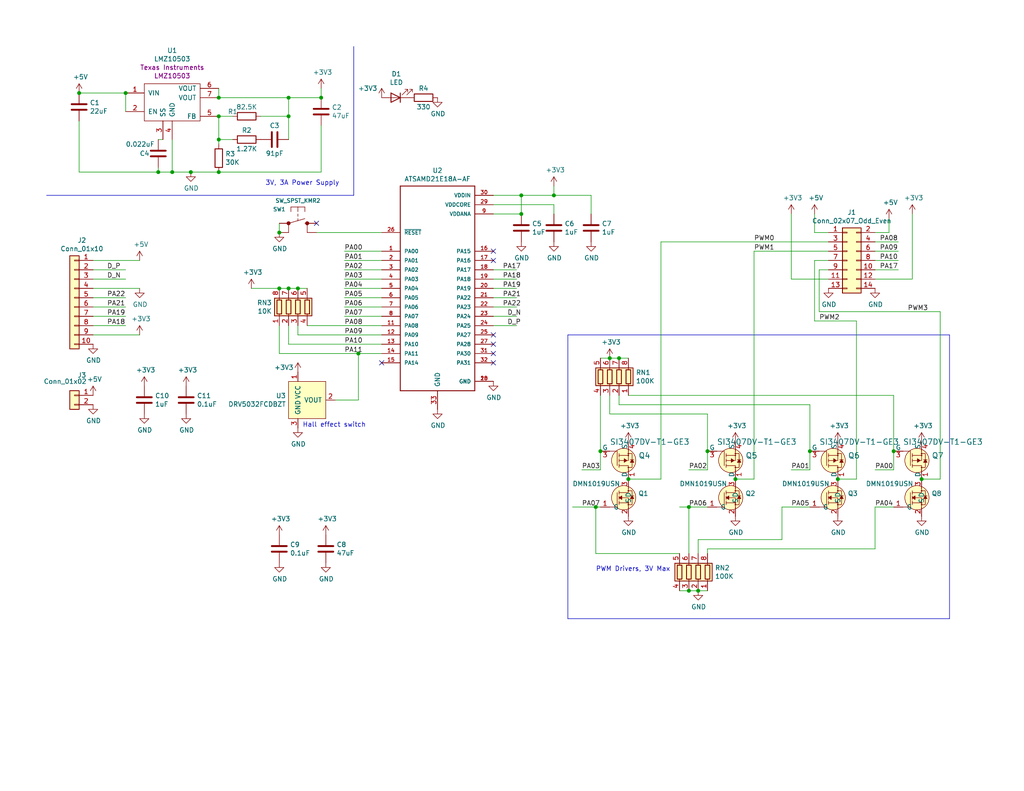
<source format=kicad_sch>
(kicad_sch (version 20230121) (generator eeschema)
  (paper "USLetter")
  (title_block (title "3v PWM controller") (date "2019-01-29") (rev "2.2.0") (company "Aaron Williams"))
  (lib_symbols
    (symbol "Connector_Generic:Conn_01x02" (pin_names (offset 1.016) hide)
      (property "Reference" "J" (at 0 2.54 0))
      (property "Value" "Conn_01x02" (at 0 -5.08 0))
      (symbol "Conn_01x02_1_1"
        (pin passive line (at -5.08 0 0) (length 3.81) (name "Pin_1") (number "1"))
        (pin passive line (at -5.08 -2.54 0) (length 3.81) (name "Pin_2") (number "2"))
      )
    )
    (symbol "Connector_Generic:Conn_01x10" (pin_names (offset 1.016) hide)
      (property "Reference" "J" (at 0 12.7 0))
      (property "Value" "Conn_01x10" (at 0 -15.24 0))
      (symbol "Conn_01x10_1_1"
        (pin passive line (at -5.08 10.16 0) (length 3.81) (name "Pin_1") (number "1"))
        (pin passive line (at -5.08 -12.7 0) (length 3.81) (name "Pin_10") (number "10"))
        (pin passive line (at -5.08 7.62 0) (length 3.81) (name "Pin_2") (number "2"))
        (pin passive line (at -5.08 5.08 0) (length 3.81) (name "Pin_3") (number "3"))
        (pin passive line (at -5.08 2.54 0) (length 3.81) (name "Pin_4") (number "4"))
        (pin passive line (at -5.08 0 0) (length 3.81) (name "Pin_5") (number "5"))
        (pin passive line (at -5.08 -2.54 0) (length 3.81) (name "Pin_6") (number "6"))
        (pin passive line (at -5.08 -5.08 0) (length 3.81) (name "Pin_7") (number "7"))
        (pin passive line (at -5.08 -7.62 0) (length 3.81) (name "Pin_8") (number "8"))
        (pin passive line (at -5.08 -10.16 0) (length 3.81) (name "Pin_9") (number "9"))
      )
    )
    (symbol "Connector_Generic:Conn_02x07_Odd_Even" (pin_names (offset 1.016) hide)
      (property "Reference" "J" (at 1.27 10.16 0))
      (property "Value" "Conn_02x07_Odd_Even" (at 1.27 -10.16 0))
      (symbol "Conn_02x07_Odd_Even_1_1"
        (pin passive line (at -5.08 7.62 0) (length 3.81) (name "Pin_1") (number "1"))
        (pin passive line (at 7.62 -2.54 180) (length 3.81) (name "Pin_10") (number "10"))
        (pin passive line (at -5.08 -5.08 0) (length 3.81) (name "Pin_11") (number "11"))
        (pin passive line (at 7.62 -5.08 180) (length 3.81) (name "Pin_12") (number "12"))
        (pin passive line (at -5.08 -7.62 0) (length 3.81) (name "Pin_13") (number "13"))
        (pin passive line (at 7.62 -7.62 180) (length 3.81) (name "Pin_14") (number "14"))
        (pin passive line (at 7.62 7.62 180) (length 3.81) (name "Pin_2") (number "2"))
        (pin passive line (at -5.08 5.08 0) (length 3.81) (name "Pin_3") (number "3"))
        (pin passive line (at 7.62 5.08 180) (length 3.81) (name "Pin_4") (number "4"))
        (pin passive line (at -5.08 2.54 0) (length 3.81) (name "Pin_5") (number "5"))
        (pin passive line (at 7.62 2.54 180) (length 3.81) (name "Pin_6") (number "6"))
        (pin passive line (at -5.08 0 0) (length 3.81) (name "Pin_7") (number "7"))
        (pin passive line (at 7.62 0 180) (length 3.81) (name "Pin_8") (number "8"))
        (pin passive line (at -5.08 -2.54 0) (length 3.81) (name "Pin_9") (number "9"))
      )
    )
    (symbol "Device:C" (pin_numbers hide) (pin_names (offset 0.254))
      (property "Reference" "C" (at 0.635 2.54 0))
      (property "Value" "C" (at 0.635 -2.54 0))
      (symbol "C_1_1"
        (pin passive line (at 0 3.81 270) (length 2.794) (name "~") (number "1"))
        (pin passive line (at 0 -3.81 90) (length 2.794) (name "~") (number "2"))
      )
    )
    (symbol "Device:LED" (pin_numbers hide) (pin_names (offset 1.016) hide)
      (property "Reference" "D" (at 0 2.54 0))
      (property "Value" "LED" (at 0 -2.54 0))
      (symbol "LED_1_1"
        (pin passive line (at -3.81 0 0) (length 2.54) (name "K") (number "1"))
        (pin passive line (at 3.81 0 180) (length 2.54) (name "A") (number "2"))
      )
    )
    (symbol "Device:R" (pin_numbers hide) (pin_names (offset 0))
      (property "Reference" "R" (at 2.032 0 90))
      (property "Value" "R" (at 0 0 90))
      (symbol "R_1_1"
        (pin passive line (at 0 3.81 270) (length 1.27) (name "~") (number "1"))
        (pin passive line (at 0 -3.81 90) (length 1.27) (name "~") (number "2"))
      )
    )
    (symbol "Paw-Controller-rescue:+3.3V-power" (power) (pin_names (offset 0))
      (property "Value" "+3.3V-power" (at 0 3.556 0))
      (symbol "+3.3V-power_1_1"
        (pin power_in line (at 0 0 90) (length 0) hide (name "+3V3") (number "1"))
      )
    )
    (symbol "Paw-Controller-rescue:ATSAMD21E18A-AF-Aaron" (pin_names (offset 1.016))
      (property "Reference" "U" (at -10.1854 27.9654 0))
      (property "Value" "Aaron_ATSAMD21E18A-AF" (at -10.1854 -30.5308 0))
      (symbol "ATSAMD21E18A-AF-Aaron_0_0"
        (pin bidirectional line (at -15.24 10.16 0) (length 5.08) (name "PA00") (number "1"))
        (pin power_in line (at 15.24 -25.4 180) (length 5.08) (name "GND") (number "10"))
        (pin bidirectional line (at -15.24 -10.16 0) (length 5.08) (name "PA08") (number "11"))
        (pin bidirectional line (at -15.24 -12.7 0) (length 5.08) (name "PA09") (number "12"))
        (pin bidirectional line (at -15.24 -15.24 0) (length 5.08) (name "PA10") (number "13"))
        (pin bidirectional line (at -15.24 -17.78 0) (length 5.08) (name "PA11") (number "14"))
        (pin bidirectional line (at -15.24 -20.32 0) (length 5.08) (name "PA14") (number "15"))
        (pin bidirectional line (at 15.24 10.16 180) (length 5.08) (name "PA15") (number "16"))
        (pin bidirectional line (at 15.24 7.62 180) (length 5.08) (name "PA16") (number "17"))
        (pin bidirectional line (at 15.24 5.08 180) (length 5.08) (name "PA17") (number "18"))
        (pin bidirectional line (at 15.24 2.54 180) (length 5.08) (name "PA18") (number "19"))
        (pin bidirectional line (at -15.24 7.62 0) (length 5.08) (name "PA01") (number "2"))
        (pin bidirectional line (at 15.24 0 180) (length 5.08) (name "PA19") (number "20"))
        (pin bidirectional line (at 15.24 -2.54 180) (length 5.08) (name "PA22") (number "21"))
        (pin bidirectional line (at 15.24 -5.08 180) (length 5.08) (name "PA23") (number "22"))
        (pin bidirectional line (at 15.24 -7.62 180) (length 5.08) (name "PA24") (number "23"))
        (pin bidirectional line (at 15.24 -10.16 180) (length 5.08) (name "PA25") (number "24"))
        (pin bidirectional line (at 15.24 -12.7 180) (length 5.08) (name "PA27") (number "25"))
        (pin input line (at -15.24 15.24 0) (length 5.08) (name "~{RESET}") (number "26"))
        (pin bidirectional line (at 15.24 -15.24 180) (length 5.08) (name "PA28") (number "27"))
        (pin power_in line (at 15.24 -25.4 180) (length 5.08) (name "GND") (number "28"))
        (pin power_in line (at 15.24 22.86 180) (length 5.08) (name "VDDCORE") (number "29"))
        (pin bidirectional line (at -15.24 5.08 0) (length 5.08) (name "PA02") (number "3"))
        (pin power_in line (at 15.24 25.4 180) (length 5.08) (name "VDDIN") (number "30"))
        (pin bidirectional line (at 15.24 -17.78 180) (length 5.08) (name "PA30") (number "31"))
        (pin bidirectional line (at 15.24 -20.32 180) (length 5.08) (name "PA31") (number "32"))
        (pin bidirectional line (at -15.24 2.54 0) (length 5.08) (name "PA03") (number "4"))
        (pin bidirectional line (at -15.24 0 0) (length 5.08) (name "PA04") (number "5"))
        (pin bidirectional line (at -15.24 -2.54 0) (length 5.08) (name "PA05") (number "6"))
        (pin bidirectional line (at -15.24 -5.08 0) (length 5.08) (name "PA06") (number "7"))
        (pin bidirectional line (at -15.24 -7.62 0) (length 5.08) (name "PA07") (number "8"))
        (pin power_in line (at 15.24 20.32 180) (length 5.08) (name "VDDANA") (number "9"))
      )
      (symbol "ATSAMD21E18A-AF-Aaron_1_1"
        (pin passive line (at 0 -33.02 90) (length 5.08) (name "GND") (number "33"))
      )
    )
    (symbol "Paw-Controller-rescue:DMN1019USN-Aaron" (pin_names (offset 1.016))
      (property "Reference" "Q" (at -3.81 3.81 0))
      (property "Value" "Aaron_DMN1019USN" (at -8.89 6.35 0))
      (property "MFR" "Diodes Incorporated" (at -1.27 6.35 0))
      (symbol "DMN1019USN-Aaron_1_1"
        (pin bidirectional line (at -7.62 -2.54 0) (length 2.54) (name "G") (number "1"))
        (pin bidirectional line (at 0 -5.08 90) (length 2.54) (name "S") (number "2"))
        (pin bidirectional line (at 0 5.08 270) (length 2.54) (name "D") (number "3"))
      )
    )
    (symbol "Paw-Controller-rescue:DRV5032FCDBZT-Aaron" (pin_names (offset 1.016))
      (property "Reference" "U" (at 0 6.35 0))
      (property "Value" "Aaron_DRV5032FCDBZT" (at 11.43 6.35 0))
      (symbol "DRV5032FCDBZT-Aaron_1_1"
        (pin power_in line (at 2.54 7.62 270) (length 2.54) (name "VCC") (number "1"))
        (pin output line (at 12.7 0 180) (length 2.54) (name "VOUT") (number "2"))
        (pin power_in line (at 2.54 -7.62 90) (length 2.54) (name "GND") (number "3"))
      )
    )
    (symbol "Paw-Controller-rescue:LMZ10503-Aaron" (pin_names (offset 1.016))
      (property "Reference" "U" (at -7.62 6.35 0))
      (property "Value" "Aaron_LMZ10503" (at 0 6.35 0))
      (property "MFR" "Texas Instruments" (at -5.08 8.89 0))
      (property "MPN" "LMZ10503" (at -2.54 11.43 0))
      (symbol "LMZ10503-Aaron_1_1"
        (pin power_in line (at -12.7 2.54 0) (length 5.08) (name "VIN") (number "1"))
        (pin input line (at -12.7 -2.54 0) (length 5.08) (name "EN") (number "2"))
        (pin passive line (at -2.54 -10.16 90) (length 5.08) (name "SS") (number "3"))
        (pin power_in line (at 0 -10.16 90) (length 5.08) (name "GND") (number "4"))
        (pin input line (at 12.7 -3.81 180) (length 5.08) (name "FB") (number "5"))
        (pin power_out line (at 12.7 3.81 180) (length 5.08) (name "VOUT") (number "6"))
        (pin power_out line (at 12.7 1.27 180) (length 5.08) (name "VOUT") (number "7"))
      )
    )
    (symbol "Paw-Controller-rescue:R_Pack04-device" (pin_names (offset 0) hide)
      (property "Reference" "RN" (at -7.62 0 90))
      (property "Value" "R_Pack04-device" (at 5.08 0 90))
      (symbol "R_Pack04-device_1_1"
        (pin passive line (at -5.08 -5.08 90) (length 2.54) (name "R1.1") (number "1"))
        (pin passive line (at -2.54 -5.08 90) (length 2.54) (name "R2.1") (number "2"))
        (pin passive line (at 0 -5.08 90) (length 2.54) (name "R3.1") (number "3"))
        (pin passive line (at 2.54 -5.08 90) (length 2.54) (name "R4.1") (number "4"))
        (pin passive line (at 2.54 5.08 270) (length 2.54) (name "R4.2") (number "5"))
        (pin passive line (at 0 5.08 270) (length 2.54) (name "R3.2") (number "6"))
        (pin passive line (at -2.54 5.08 270) (length 2.54) (name "R2.2") (number "7"))
        (pin passive line (at -5.08 5.08 270) (length 2.54) (name "R1.2") (number "8"))
      )
    )
    (symbol "Paw-Controller-rescue:SI3407DV-T1-GE3-Aaron" (pin_names (offset 0))
      (property "Reference" "Q" (at -2.6924 3.6322 0))
      (property "Value" "Aaron_SI3407DV-T1-GE3" (at 3.4544 0 90))
      (symbol "SI3407DV-T1-GE3-Aaron_1_1"
        (pin bidirectional line (at 0 5.08 270) (length 2.54) (name "D") (number "1"))
        (pin bidirectional line (at 0 5.08 270) (length 2.54) hide (name "D") (number "2"))
        (pin bidirectional line (at -7.62 -2.54 0) (length 2.54) (name "G") (number "3"))
        (pin bidirectional line (at 0 -5.08 90) (length 2.54) (name "S") (number "4"))
        (pin bidirectional line (at 0 5.08 270) (length 2.54) hide (name "D") (number "5"))
        (pin bidirectional line (at 0 5.08 270) (length 2.54) hide (name "D") (number "6"))
      )
    )
    (symbol "Paw-Controller-rescue:SW_SPST_KMR2-switch_tact_smt" (pin_names (offset 1.016))
      (property "Reference" "SW" (at -2.54 6.35 0))
      (property "Value" "switch_tact_smt_SW_SPST_KMR2" (at -5.08 -5.08 0))
      (symbol "SW_SPST_KMR2-switch_tact_smt_1_0"
        (pin passive line (at -5.08 0 0) (length 2.54) (name "P") (number "1"))
        (pin passive line (at -5.08 -2.54 0) (length 2.54) (name "P1") (number "1"))
        (pin passive line (at 5.08 0 180) (length 2.54) (name "S") (number "2"))
        (pin passive line (at 5.08 -2.54 180) (length 2.54) (name "S1") (number "2"))
      )
    )
    (symbol "power:+5V" (power) (pin_names (offset 0))
      (property "Value" "+5V" (at 0 3.556 0))
      (symbol "+5V_1_1"
        (pin power_in line (at 0 0 90) (length 0) hide (name "+5V") (number "1"))
      )
    )
    (symbol "power:GND" (power) (pin_names (offset 0))
      (property "Value" "GND" (at 0 -3.81 0))
      (symbol "GND_1_1"
        (pin power_in line (at 0 0 270) (length 0) hide (name "GND") (number "1"))
      )
    )
  )
  (junction (at 59.69 38.1))
  (junction (at 46.99 46.99))
  (junction (at 168.91 97.79))
  (junction (at 81.28 78.74))
  (junction (at 76.2 63.5))
  (junction (at 78.74 78.74))
  (junction (at 163.83 123.19))
  (junction (at 59.69 31.75))
  (junction (at 171.45 130.81))
  (junction (at 142.24 53.34))
  (junction (at 228.6 130.81))
  (junction (at 21.59 25.4))
  (junction (at 190.5 161.29))
  (junction (at 87.63 26.67))
  (junction (at 187.96 161.29))
  (junction (at 162.56 138.43))
  (junction (at 187.96 138.43))
  (junction (at 151.13 53.34))
  (junction (at 200.66 130.81))
  (junction (at 193.04 123.19))
  (junction (at 251.46 130.81))
  (junction (at 59.69 46.99))
  (junction (at 52.07 46.99))
  (junction (at 59.69 26.67))
  (junction (at 243.84 123.19))
  (junction (at 97.79 96.52))
  (junction (at 78.74 26.67))
  (junction (at 76.2 78.74))
  (junction (at 43.18 46.99))
  (junction (at 78.74 31.75))
  (junction (at 220.98 123.19))
  (junction (at 166.37 97.79))
  (junction (at 142.24 58.42))
  (junction (at 34.29 25.4))
  (no_connect (at 134.62 99.06))
  (no_connect (at 134.62 91.44))
  (no_connect (at 86.36 60.96))
  (no_connect (at 134.62 71.12))
  (no_connect (at 134.62 68.58))
  (no_connect (at 134.62 93.98))
  (no_connect (at 134.62 96.52))
  (no_connect (at 104.14 99.06))
  (wire (pts (xy 78.74 88.9) (xy 78.74 93.98)))
  (wire (pts (xy 87.63 24.13) (xy 87.63 26.67)))
  (wire (pts (xy 222.25 71.12) (xy 222.25 87.63)))
  (wire (pts (xy 34.29 30.48) (xy 34.29 25.4)))
  (wire (pts (xy 213.36 138.43) (xy 220.98 138.43)))
  (polyline (pts (xy 154.94 168.91) (xy 259.08 168.91)))
  (wire (pts (xy 187.96 161.29) (xy 185.42 161.29)))
  (wire (pts (xy 142.24 53.34) (xy 151.13 53.34)))
  (wire (pts (xy 25.4 88.9) (xy 34.29 88.9)))
  (wire (pts (xy 63.5 31.75) (xy 59.69 31.75)))
  (wire (pts (xy 180.34 130.81) (xy 180.34 66.04)))
  (wire (pts (xy 220.98 128.27) (xy 215.9 128.27)))
  (wire (pts (xy 238.76 71.12) (xy 245.11 71.12)))
  (wire (pts (xy 142.24 58.42) (xy 142.24 53.34)))
  (wire (pts (xy 163.83 97.79) (xy 166.37 97.79)))
  (wire (pts (xy 200.66 130.81) (xy 205.74 130.81)))
  (wire (pts (xy 134.62 53.34) (xy 142.24 53.34)))
  (wire (pts (xy 21.59 25.4) (xy 34.29 25.4)))
  (wire (pts (xy 171.45 107.95) (xy 243.84 107.95)))
  (wire (pts (xy 104.14 68.58) (xy 93.98 68.58)))
  (wire (pts (xy 251.46 130.81) (xy 256.54 130.81)))
  (wire (pts (xy 104.14 76.2) (xy 93.98 76.2)))
  (wire (pts (xy 86.36 63.5) (xy 104.14 63.5)))
  (wire (pts (xy 59.69 24.13) (xy 59.69 26.67)))
  (wire (pts (xy 97.79 109.22) (xy 91.44 109.22)))
  (wire (pts (xy 104.14 86.36) (xy 93.98 86.36)))
  (wire (pts (xy 43.18 46.99) (xy 43.18 45.72)))
  (wire (pts (xy 193.04 138.43) (xy 187.96 138.43)))
  (wire (pts (xy 134.62 83.82) (xy 140.97 83.82)))
  (wire (pts (xy 187.96 138.43) (xy 185.42 138.43)))
  (wire (pts (xy 213.36 138.43) (xy 213.36 147.32)))
  (wire (pts (xy 43.18 38.1) (xy 44.45 38.1)))
  (wire (pts (xy 161.29 53.34) (xy 151.13 53.34)))
  (wire (pts (xy 168.91 110.49) (xy 220.98 110.49)))
  (wire (pts (xy 243.84 107.95) (xy 243.84 123.19)))
  (wire (pts (xy 21.59 33.02) (xy 21.59 46.99)))
  (wire (pts (xy 162.56 151.13) (xy 162.56 138.43)))
  (wire (pts (xy 21.59 46.99) (xy 43.18 46.99)))
  (wire (pts (xy 104.14 83.82) (xy 93.98 83.82)))
  (wire (pts (xy 134.62 81.28) (xy 140.97 81.28)))
  (wire (pts (xy 163.83 123.19) (xy 163.83 128.27)))
  (wire (pts (xy 134.62 73.66) (xy 140.97 73.66)))
  (wire (pts (xy 193.04 149.86) (xy 193.04 151.13)))
  (wire (pts (xy 38.1 71.12) (xy 25.4 71.12)))
  (wire (pts (xy 104.14 71.12) (xy 93.98 71.12)))
  (wire (pts (xy 25.4 83.82) (xy 34.29 83.82)))
  (wire (pts (xy 25.4 76.2) (xy 34.29 76.2)))
  (wire (pts (xy 163.83 128.27) (xy 158.75 128.27)))
  (wire (pts (xy 97.79 96.52) (xy 76.2 96.52)))
  (wire (pts (xy 185.42 151.13) (xy 162.56 151.13)))
  (wire (pts (xy 222.25 58.42) (xy 222.25 63.5)))
  (wire (pts (xy 46.99 38.1) (xy 46.99 46.99)))
  (wire (pts (xy 187.96 161.29) (xy 190.5 161.29)))
  (wire (pts (xy 242.57 63.5) (xy 238.76 63.5)))
  (wire (pts (xy 256.54 130.81) (xy 256.54 85.09)))
  (wire (pts (xy 243.84 138.43) (xy 238.76 138.43)))
  (wire (pts (xy 25.4 86.36) (xy 34.29 86.36)))
  (wire (pts (xy 151.13 58.42) (xy 151.13 55.88)))
  (wire (pts (xy 43.18 46.99) (xy 46.99 46.99)))
  (wire (pts (xy 223.52 73.66) (xy 226.06 73.66)))
  (wire (pts (xy 78.74 78.74) (xy 81.28 78.74)))
  (wire (pts (xy 134.62 86.36) (xy 140.97 86.36)))
  (wire (pts (xy 215.9 58.42) (xy 215.9 76.2)))
  (wire (pts (xy 25.4 81.28) (xy 34.29 81.28)))
  (wire (pts (xy 134.62 88.9) (xy 140.97 88.9)))
  (wire (pts (xy 205.74 130.81) (xy 205.74 68.58)))
  (wire (pts (xy 238.76 73.66) (xy 245.11 73.66)))
  (wire (pts (xy 76.2 96.52) (xy 76.2 88.9)))
  (wire (pts (xy 97.79 96.52) (xy 104.14 96.52)))
  (wire (pts (xy 242.57 59.69) (xy 242.57 63.5)))
  (wire (pts (xy 190.5 147.32) (xy 190.5 151.13)))
  (polyline (pts (xy 12.7 53.34) (xy 96.52 53.34)))
  (wire (pts (xy 134.62 78.74) (xy 140.97 78.74)))
  (wire (pts (xy 25.4 78.74) (xy 38.1 78.74)))
  (wire (pts (xy 193.04 113.03) (xy 193.04 123.19)))
  (wire (pts (xy 25.4 91.44) (xy 38.1 91.44)))
  (wire (pts (xy 59.69 31.75) (xy 59.69 38.1)))
  (wire (pts (xy 220.98 110.49) (xy 220.98 123.19)))
  (wire (pts (xy 87.63 46.99) (xy 87.63 34.29)))
  (wire (pts (xy 104.14 78.74) (xy 93.98 78.74)))
  (wire (pts (xy 222.25 87.63) (xy 233.68 87.63)))
  (wire (pts (xy 83.82 88.9) (xy 104.14 88.9)))
  (wire (pts (xy 226.06 76.2) (xy 215.9 76.2)))
  (wire (pts (xy 166.37 113.03) (xy 193.04 113.03)))
  (polyline (pts (xy 154.94 91.44) (xy 154.94 168.91)))
  (wire (pts (xy 180.34 66.04) (xy 226.06 66.04)))
  (wire (pts (xy 238.76 76.2) (xy 248.92 76.2)))
  (wire (pts (xy 226.06 68.58) (xy 205.74 68.58)))
  (wire (pts (xy 59.69 26.67) (xy 78.74 26.67)))
  (wire (pts (xy 81.28 88.9) (xy 81.28 91.44)))
  (wire (pts (xy 134.62 58.42) (xy 142.24 58.42)))
  (wire (pts (xy 168.91 110.49) (xy 168.91 107.95)))
  (wire (pts (xy 187.96 151.13) (xy 187.96 138.43)))
  (wire (pts (xy 166.37 97.79) (xy 168.91 97.79)))
  (wire (pts (xy 134.62 76.2) (xy 140.97 76.2)))
  (polyline (pts (xy 96.52 53.34) (xy 96.52 12.7)))
  (wire (pts (xy 104.14 81.28) (xy 93.98 81.28)))
  (wire (pts (xy 78.74 38.1) (xy 78.74 31.75)))
  (wire (pts (xy 161.29 58.42) (xy 161.29 53.34)))
  (wire (pts (xy 166.37 107.95) (xy 166.37 113.03)))
  (wire (pts (xy 81.28 78.74) (xy 83.82 78.74)))
  (wire (pts (xy 193.04 161.29) (xy 190.5 161.29)))
  (wire (pts (xy 59.69 38.1) (xy 59.69 39.37)))
  (wire (pts (xy 151.13 50.8) (xy 151.13 53.34)))
  (wire (pts (xy 238.76 66.04) (xy 245.11 66.04)))
  (wire (pts (xy 233.68 130.81) (xy 233.68 87.63)))
  (wire (pts (xy 248.92 58.42) (xy 248.92 76.2)))
  (wire (pts (xy 59.69 46.99) (xy 87.63 46.99)))
  (wire (pts (xy 228.6 130.81) (xy 233.68 130.81)))
  (wire (pts (xy 223.52 85.09) (xy 223.52 73.66)))
  (wire (pts (xy 46.99 46.99) (xy 52.07 46.99)))
  (wire (pts (xy 243.84 123.19) (xy 243.84 128.27)))
  (wire (pts (xy 76.2 63.5) (xy 76.2 60.96)))
  (wire (pts (xy 81.28 91.44) (xy 104.14 91.44)))
  (wire (pts (xy 78.74 26.67) (xy 87.63 26.67)))
  (wire (pts (xy 193.04 128.27) (xy 187.96 128.27)))
  (wire (pts (xy 63.5 38.1) (xy 59.69 38.1)))
  (wire (pts (xy 168.91 97.79) (xy 171.45 97.79)))
  (wire (pts (xy 78.74 93.98) (xy 104.14 93.98)))
  (wire (pts (xy 238.76 68.58) (xy 245.11 68.58)))
  (wire (pts (xy 78.74 31.75) (xy 78.74 26.67)))
  (wire (pts (xy 222.25 71.12) (xy 226.06 71.12)))
  (wire (pts (xy 71.12 31.75) (xy 78.74 31.75)))
  (wire (pts (xy 213.36 147.32) (xy 190.5 147.32)))
  (wire (pts (xy 256.54 85.09) (xy 223.52 85.09)))
  (wire (pts (xy 104.14 73.66) (xy 93.98 73.66)))
  (wire (pts (xy 220.98 123.19) (xy 220.98 128.27)))
  (wire (pts (xy 193.04 123.19) (xy 193.04 128.27)))
  (wire (pts (xy 76.2 78.74) (xy 78.74 78.74)))
  (wire (pts (xy 163.83 107.95) (xy 163.83 123.19)))
  (wire (pts (xy 25.4 73.66) (xy 34.29 73.66)))
  (wire (pts (xy 156.21 138.43) (xy 162.56 138.43)))
  (wire (pts (xy 162.56 138.43) (xy 163.83 138.43)))
  (wire (pts (xy 68.58 78.74) (xy 76.2 78.74)))
  (wire (pts (xy 151.13 55.88) (xy 134.62 55.88)))
  (wire (pts (xy 171.45 130.81) (xy 180.34 130.81)))
  (wire (pts (xy 243.84 128.27) (xy 238.76 128.27)))
  (wire (pts (xy 97.79 96.52) (xy 97.79 109.22)))
  (wire (pts (xy 52.07 46.99) (xy 59.69 46.99)))
  (polyline (pts (xy 154.94 91.44) (xy 259.08 91.44)))
  (wire (pts (xy 238.76 138.43) (xy 238.76 149.86)))
  (wire (pts (xy 222.25 63.5) (xy 226.06 63.5)))
  (wire (pts (xy 238.76 149.86) (xy 193.04 149.86)))
  (polyline (pts (xy 259.08 91.44) (xy 259.08 168.91)))
  (text "PWM Drivers, 3V Max" (at 162.56 156.21 0) (effects (font (size 1.27 1.27)) (justify left bottom)))
  (text "3V, 3A Power Supply" (at 72.39 50.8 0) (effects (font (size 1.27 1.27)) (justify left bottom)))
  (text "Hall effect switch" (at 82.55 116.84 0) (effects (font (size 1.27 1.27)) (justify left bottom)))
  (label "PA00" (at 238.76 128.27 0))
  (label "PA06" (at 93.98 83.82 0))
  (label "PA09" (at 240.03 68.58 0))
  (label "PA08" (at 240.03 66.04 0))
  (label "D_P" (at 29.21 73.66 0))
  (label "PA02" (at 187.96 128.27 0))
  (label "PA07" (at 158.75 138.43 0))
  (label "D_N" (at 29.21 76.2 0))
  (label "PA21" (at 29.21 83.82 0))
  (label "PA05" (at 215.9 138.43 0))
  (label "PA10" (at 240.03 71.12 0))
  (label "PA22" (at 29.21 81.28 0))
  (label "PA18" (at 137.16 76.2 0))
  (label "PA06" (at 187.96 138.43 0))
  (label "PWM0" (at 205.74 66.04 0))
  (label "PWM3" (at 247.65 85.09 0))
  (label "PA01" (at 93.98 71.12 0))
  (label "D_N" (at 138.43 86.36 0))
  (label "PA18" (at 29.21 88.9 0))
  (label "PA04" (at 238.76 138.43 0))
  (label "PA17" (at 137.16 73.66 0))
  (label "PA10" (at 93.98 93.98 0))
  (label "D_P" (at 138.43 88.9 0))
  (label "PA21" (at 137.16 81.28 0))
  (label "PA03" (at 158.75 128.27 0))
  (label "PA17" (at 240.03 73.66 0))
  (label "PA07" (at 93.98 86.36 0))
  (label "PA05" (at 93.98 81.28 0))
  (label "PA08" (at 93.98 88.9 0))
  (label "PA02" (at 93.98 73.66 0))
  (label "PA00" (at 93.98 68.58 0))
  (label "PA03" (at 93.98 76.2 0))
  (label "PA22" (at 137.16 83.82 0))
  (label "PA09" (at 93.98 91.44 0))
  (label "PWM2" (at 223.52 87.63 0))
  (label "PA11" (at 93.98 96.52 0))
  (label "PA04" (at 93.98 78.74 0))
  (label "PA01" (at 215.9 128.27 0))
  (label "PA19" (at 137.16 78.74 0))
  (label "PWM1" (at 205.74 68.58 0))
  (label "PA19" (at 29.21 86.36 0))
  (symbol (lib_id "Paw-Controller-rescue:R_Pack04-device") (at 166.37 102.87 0) (mirror y) (unit 1)
    (property "Reference" "RN1" (at 173.482 101.7016 0) (effects (justify right)))
    (property "Value" "100K" (at 173.482 104.013 0) (effects (justify right)))
    (property "Footprint" "Resistor_SMD:R_Array_Convex_4x0603" (effects hide))
  )
  (symbol (lib_id "Paw-Controller-rescue:+3.3V-power") (at 88.9 146.05 0) (unit 1)
    (property "Reference" "#PWR025" (effects hide))
    (property "Value" "+3.3V" (at 89.281 141.6558 0))
  )
  (symbol (lib_id "Paw-Controller-rescue:+3.3V-power") (at 228.6 120.65 0) (unit 1)
    (property "Reference" "#PWR016" (effects hide))
    (property "Value" "+3.3V" (at 228.981 116.2558 0))
  )
  (symbol (lib_id "Paw-Controller-rescue:+3.3V-power") (at 200.66 120.65 0) (unit 1)
    (property "Reference" "#PWR015" (effects hide))
    (property "Value" "+3.3V" (at 201.041 116.2558 0))
  )
  (symbol (lib_id "Paw-Controller-rescue:+3.3V-power") (at 171.45 120.65 0) (unit 1)
    (property "Reference" "#PWR014" (effects hide))
    (property "Value" "+3.3V" (at 171.831 116.2558 0))
  )
  (symbol (lib_id "power:GND") (at 190.5 161.29 0) (unit 1)
    (property "Reference" "#PWR0105" (effects hide))
    (property "Value" "GND" (at 190.627 165.6842 0))
  )
  (symbol (lib_id "Paw-Controller-rescue:+3.3V-power") (at 166.37 97.79 0) (unit 1)
    (property "Reference" "#PWR0106" (effects hide))
    (property "Value" "+3.3V" (at 166.751 93.3958 0))
  )
  (symbol (lib_id "Paw-Controller-rescue:DRV5032FCDBZT-Aaron") (at 78.74 109.22 0) (unit 1)
    (property "Reference" "U3" (at 78.0288 108.0516 0) (effects (justify right)))
    (property "Value" "DRV5032FCDBZT" (at 78.0288 110.363 0) (effects (justify right)))
    (property "Footprint" "Package_TO_SOT_SMD:SOT-23" (effects hide))
    (property "Datasheet" "http://www.ti.com/lit/ds/symlink/drv5032.pdf" (effects hide))
    (property "MFR" "Texas Instruments" (effects hide))
    (property "MPN" "DRV5032FCDBZT" (effects hide))
  )
  (symbol (lib_id "Paw-Controller-rescue:+3.3V-power") (at 81.28 101.6 0) (unit 1)
    (property "Reference" "#PWR028" (effects hide))
    (property "Value" "+3.3V" (at 77.47 100.33 0))
  )
  (symbol (lib_id "power:GND") (at 81.28 116.84 0) (unit 1)
    (property "Reference" "#PWR029" (effects hide))
    (property "Value" "GND" (at 81.407 121.2342 0))
  )
  (symbol (lib_id "Paw-Controller-rescue:R_Pack04-device") (at 81.28 83.82 0) (unit 1)
    (property "Reference" "RN3" (at 74.168 82.6516 0) (effects (justify right)))
    (property "Value" "10K" (at 74.168 84.963 0) (effects (justify right)))
    (property "Footprint" "Resistor_SMD:R_Array_Convex_4x0603" (effects hide))
  )
  (symbol (lib_id "Device:C") (at 76.2 149.86 0) (unit 1)
    (property "Reference" "C9" (at 79.121 148.6916 0) (effects (justify left)))
    (property "Value" "0.1uF" (at 79.121 151.003 0) (effects (justify left)))
    (property "Footprint" "Capacitor_SMD:C_0603_1608Metric" (effects hide))
  )
  (symbol (lib_id "power:GND") (at 76.2 153.67 0) (unit 1)
    (property "Reference" "#PWR0104" (effects hide))
    (property "Value" "GND" (at 76.327 158.0642 0))
  )
  (symbol (lib_id "Paw-Controller-rescue:+3.3V-power") (at 76.2 146.05 0) (unit 1)
    (property "Reference" "#PWR0107" (effects hide))
    (property "Value" "+3.3V" (at 76.581 141.6558 0))
  )
  (symbol (lib_id "power:GND") (at 39.37 113.03 0) (unit 1)
    (property "Reference" "#PWR031" (effects hide))
    (property "Value" "GND" (at 39.497 117.4242 0))
  )
  (symbol (lib_id "Paw-Controller-rescue:+3.3V-power") (at 39.37 105.41 0) (unit 1)
    (property "Reference" "#PWR0108" (effects hide))
    (property "Value" "+3.3V" (at 39.751 101.0158 0))
  )
  (symbol (lib_id "Device:C") (at 39.37 109.22 0) (unit 1)
    (property "Reference" "C10" (at 42.291 108.0516 0) (effects (justify left)))
    (property "Value" "1uF" (at 42.291 110.363 0) (effects (justify left)))
    (property "Footprint" "Capacitor_SMD:C_0603_1608Metric" (effects hide))
  )
  (symbol (lib_id "Device:LED") (at 107.95 26.67 180) (unit 1)
    (property "Reference" "D1" (at 108.1532 20.193 0))
    (property "Value" "LED" (at 108.1532 22.5044 0))
    (property "Footprint" "LED_SMD:LED_0603_1608Metric" (effects hide))
  )
  (symbol (lib_id "Paw-Controller-rescue:+3.3V-power") (at 104.14 26.67 0) (unit 1)
    (property "Reference" "#PWR030" (effects hide))
    (property "Value" "+3.3V" (at 100.33 24.13 0))
  )
  (symbol (lib_id "Device:R") (at 115.57 26.67 270) (unit 1)
    (property "Reference" "R4" (at 115.57 24.13 90))
    (property "Value" "330" (at 115.57 29.21 90))
    (property "Footprint" "Resistor_SMD:R_0603_1608Metric" (effects hide))
  )
  (symbol (lib_id "power:GND") (at 119.38 26.67 0) (unit 1)
    (property "Reference" "#PWR032" (effects hide))
    (property "Value" "GND" (at 119.507 31.0642 0))
  )
  (symbol (lib_id "power:GND") (at 50.8 113.03 0) (unit 1)
    (property "Reference" "#PWR034" (effects hide))
    (property "Value" "GND" (at 50.927 117.4242 0))
  )
  (symbol (lib_id "Paw-Controller-rescue:+3.3V-power") (at 50.8 105.41 0) (unit 1)
    (property "Reference" "#PWR033" (effects hide))
    (property "Value" "+3.3V" (at 51.181 101.0158 0))
  )
  (symbol (lib_id "Device:C") (at 50.8 109.22 0) (unit 1)
    (property "Reference" "C11" (at 53.721 108.0516 0) (effects (justify left)))
    (property "Value" "0.1uF" (at 53.721 110.363 0) (effects (justify left)))
    (property "Footprint" "Capacitor_SMD:C_0603_1608Metric" (effects hide))
  )
  (symbol (lib_id "Paw-Controller-rescue:SI3407DV-T1-GE3-Aaron") (at 171.45 125.73 0) (mirror x) (unit 1)
    (property "Reference" "Q4" (at 174.1932 124.3838 0) (effects (font (size 1.524 1.524)) (justify left)))
    (property "Value" "SI3407DV-T1-GE3" (at 166.37 120.65 0) (effects (font (size 1.524 1.524)) (justify left)))
    (property "Footprint" "Package_SO:TSOP-6_1.65x3.05mm_P0.95mm" (effects hide))
    (property "Datasheet" "http://www.vishay.com/docs/74735/si3493ddv.pdf" (effects hide))
    (property "MFR" "Vishay Siliconix" (effects hide))
    (property "MPN" "SI3407DV-T1-GE3" (effects hide))
    (property "SPR" "Digikey" (effects hide))
    (property "SPN" "SI3407DV-T1-GE3CT-ND" (effects hide))
    (property "SPURL" "https://www.digikey.com/product-detail/en/vishay-siliconix/SI3407DV-T1-GE3/SI3407DV-T1-GE3CT-ND/" (effects hide))
    (property "Digi-Key_PN" "SI3407DV-T1-GE3TR-ND" (effects hide))
    (property "Category" "Discrete Semiconductor Products" (effects hide))
    (property "Family" "Transistors - FETs, MOSFETs - Single" (effects hide))
    (property "DK_Datasheet_Link" "http://www.vishay.com/docs/69987/si3407dv.pdf" (effects hide))
    (property "DK_Detail_Page" "https://www.digikey.com/product-detail/en/vishay-siliconix/SI3407DV-T1-GE3/SI3407DV-T1-GE3CT-ND/" (effects hide))
    (property "Description" "MOSFET P-CH 20V 8A 6TSOP" (effects hide))
    (property "Manufacturer" "Vishay Siliconix" (effects hide))
    (property "Status" "Active" (effects hide))
  )
  (symbol (lib_id "Paw-Controller-rescue:SI3407DV-T1-GE3-Aaron") (at 200.66 125.73 0) (mirror x) (unit 1)
    (property "Reference" "Q5" (at 203.4032 124.3838 0) (effects (font (size 1.524 1.524)) (justify left)))
    (property "Value" "SI3407DV-T1-GE3" (at 195.58 120.65 0) (effects (font (size 1.524 1.524)) (justify left)))
    (property "Footprint" "Package_SO:TSOP-6_1.65x3.05mm_P0.95mm" (effects hide))
    (property "Datasheet" "http://www.vishay.com/docs/74735/si3493ddv.pdf" (effects hide))
    (property "MFR" "Vishay Siliconix" (effects hide))
    (property "MPN" "SI3407DV-T1-GE3" (effects hide))
    (property "SPR" "Digikey" (effects hide))
    (property "SPN" "SI3407DV-T1-GE3CT-ND" (effects hide))
    (property "SPURL" "https://www.digikey.com/product-detail/en/vishay-siliconix/SI3407DV-T1-GE3/SI3407DV-T1-GE3CT-ND/" (effects hide))
    (property "Digi-Key_PN" "SI3407DV-T1-GE3TR-ND" (effects hide))
    (property "Category" "Discrete Semiconductor Products" (effects hide))
    (property "Family" "Transistors - FETs, MOSFETs - Single" (effects hide))
    (property "DK_Datasheet_Link" "http://www.vishay.com/docs/69987/si3407dv.pdf" (effects hide))
    (property "DK_Detail_Page" "https://www.digikey.com/product-detail/en/vishay-siliconix/SI3407DV-T1-GE3/SI3407DV-T1-GE3CT-ND/" (effects hide))
    (property "Description" "MOSFET P-CH 20V 8A 6TSOP" (effects hide))
    (property "Manufacturer" "Vishay Siliconix" (effects hide))
    (property "Status" "Active" (effects hide))
  )
  (symbol (lib_id "Paw-Controller-rescue:SI3407DV-T1-GE3-Aaron") (at 228.6 125.73 0) (mirror x) (unit 1)
    (property "Reference" "Q6" (at 231.3432 124.3838 0) (effects (font (size 1.524 1.524)) (justify left)))
    (property "Value" "SI3407DV-T1-GE3" (at 223.52 120.65 0) (effects (font (size 1.524 1.524)) (justify left)))
    (property "Footprint" "Package_SO:TSOP-6_1.65x3.05mm_P0.95mm" (effects hide))
    (property "Datasheet" "http://www.vishay.com/docs/74735/si3493ddv.pdf" (effects hide))
    (property "MFR" "Vishay Siliconix" (effects hide))
    (property "MPN" "SI3407DV-T1-GE3" (effects hide))
    (property "SPR" "Digikey" (effects hide))
    (property "SPN" "SI3407DV-T1-GE3CT-ND" (effects hide))
    (property "SPURL" "https://www.digikey.com/product-detail/en/vishay-siliconix/SI3407DV-T1-GE3/SI3407DV-T1-GE3CT-ND/" (effects hide))
    (property "Digi-Key_PN" "SI3407DV-T1-GE3TR-ND" (effects hide))
    (property "Category" "Discrete Semiconductor Products" (effects hide))
    (property "Family" "Transistors - FETs, MOSFETs - Single" (effects hide))
    (property "DK_Datasheet_Link" "http://www.vishay.com/docs/69987/si3407dv.pdf" (effects hide))
    (property "DK_Detail_Page" "https://www.digikey.com/product-detail/en/vishay-siliconix/SI3407DV-T1-GE3/SI3407DV-T1-GE3CT-ND/" (effects hide))
    (property "Description" "MOSFET P-CH 20V 8A 6TSOP" (effects hide))
    (property "Manufacturer" "Vishay Siliconix" (effects hide))
    (property "Status" "Active" (effects hide))
  )
  (symbol (lib_id "Paw-Controller-rescue:DMN1019USN-Aaron") (at 251.46 135.89 0) (unit 1)
    (property "Reference" "Q8" (at 254.1778 134.7216 0) (effects (justify left)))
    (property "Value" "DMN1019USN" (at 236.22 132.08 0) (effects (justify left)))
    (property "Footprint" "Package_TO_SOT_SMD:SOT-23" (effects hide))
    (property "Datasheet" "https://www.diodes.com/assets/Datasheets/DMN1019USN.pdf" (effects hide))
    (property "Digi-Key_PN" "DMN1019USN-7DICT-ND" (effects hide))
    (property "MPN" "DMN1019USN-7" (effects hide))
    (property "Category" "Discrete Semiconductor Products" (effects hide))
    (property "Family" "Transistors - FETs, MOSFETs - Single" (effects hide))
    (property "DK_Datasheet_Link" "https://www.diodes.com/assets/Datasheets/DMN1019USN.pdf" (effects hide))
    (property "DK_Detail_Page" "/product-detail/en/DMN1019USN-7/DMN1019USN-7DICT-ND/" (effects hide))
    (property "Description" "MOSFET N-CH 12V 9.3A SOT-23 SC59" (effects hide))
    (property "Manufacturer" "Diodes Incorporated" (effects hide))
    (property "Status" "Active" (effects hide))
  )
  (symbol (lib_id "power:GND") (at 251.46 140.97 0) (unit 1)
    (property "Reference" "#PWR0109" (effects hide))
    (property "Value" "GND" (at 251.587 145.3642 0))
  )
  (symbol (lib_id "Paw-Controller-rescue:+3.3V-power") (at 251.46 120.65 0) (unit 1)
    (property "Reference" "#PWR0110" (effects hide))
    (property "Value" "+3.3V" (at 251.841 116.2558 0))
  )
  (symbol (lib_id "Paw-Controller-rescue:SI3407DV-T1-GE3-Aaron") (at 251.46 125.73 0) (mirror x) (unit 1)
    (property "Reference" "Q7" (at 254.2032 124.3838 0) (effects (font (size 1.524 1.524)) (justify left)))
    (property "Value" "SI3407DV-T1-GE3" (at 246.38 120.65 0) (effects (font (size 1.524 1.524)) (justify left)))
    (property "Footprint" "Package_SO:TSOP-6_1.65x3.05mm_P0.95mm" (effects hide))
    (property "Datasheet" "http://www.vishay.com/docs/74735/si3493ddv.pdf" (effects hide))
    (property "MFR" "Vishay Siliconix" (effects hide))
    (property "MPN" "SI3407DV-T1-GE3" (effects hide))
    (property "SPR" "Digikey" (effects hide))
    (property "SPN" "SI3407DV-T1-GE3CT-ND" (effects hide))
    (property "SPURL" "https://www.digikey.com/product-detail/en/vishay-siliconix/SI3407DV-T1-GE3/SI3407DV-T1-GE3CT-ND/" (effects hide))
    (property "Digi-Key_PN" "SI3407DV-T1-GE3TR-ND" (effects hide))
    (property "Category" "Discrete Semiconductor Products" (effects hide))
    (property "Family" "Transistors - FETs, MOSFETs - Single" (effects hide))
    (property "DK_Datasheet_Link" "http://www.vishay.com/docs/69987/si3407dv.pdf" (effects hide))
    (property "DK_Detail_Page" "https://www.digikey.com/product-detail/en/vishay-siliconix/SI3407DV-T1-GE3/SI3407DV-T1-GE3CT-ND/" (effects hide))
    (property "Description" "MOSFET P-CH 20V 8A 6TSOP" (effects hide))
    (property "Manufacturer" "Vishay Siliconix" (effects hide))
    (property "Status" "Active" (effects hide))
  )
  (symbol (lib_id "Connector_Generic:Conn_02x07_Odd_Even") (at 231.14 71.12 0) (unit 1)
    (property "Reference" "J1" (at 232.41 57.9882 0))
    (property "Value" "Conn_02x07_Odd_Even" (at 232.41 60.2996 0))
    (property "Footprint" "Connector_PinHeader_2.54mm:PinHeader_2x07_P2.54mm_Vertical" (effects hide))
  )
  (symbol (lib_id "Paw-Controller-rescue:R_Pack04-device") (at 187.96 156.21 0) (mirror y) (unit 1)
    (property "Reference" "RN2" (at 195.072 155.0416 0) (effects (justify right)))
    (property "Value" "100K" (at 195.072 157.353 0) (effects (justify right)))
    (property "Footprint" "Resistor_SMD:R_Array_Convex_4x0603" (effects hide))
  )
  (symbol (lib_id "power:GND") (at 38.1 78.74 0) (unit 1)
    (property "Reference" "#PWR0111" (effects hide))
    (property "Value" "GND" (at 38.227 83.1342 0))
  )
  (symbol (lib_id "Connector_Generic:Conn_01x10") (at 20.32 81.28 0) (mirror y) (unit 1)
    (property "Reference" "J2" (at 22.352 65.6082 0))
    (property "Value" "Conn_01x10" (at 22.352 67.9196 0))
    (property "Footprint" "Connector_PinHeader_2.54mm:PinHeader_1x10_P2.54mm_Vertical" (effects hide))
  )
  (symbol (lib_id "power:+5V") (at 38.1 71.12 0) (unit 1)
    (property "Reference" "#PWR0112" (effects hide))
    (property "Value" "+5V" (at 38.481 66.7258 0))
  )
  (symbol (lib_id "power:GND") (at 134.62 104.14 0) (unit 1)
    (property "Reference" "#PWR017" (effects hide))
    (property "Value" "GND" (at 134.747 108.5342 0))
  )
  (symbol (lib_id "Paw-Controller-rescue:+3.3V-power") (at 151.13 50.8 0) (unit 1)
    (property "Reference" "#PWR03" (effects hide))
    (property "Value" "+3.3V" (at 151.511 46.4058 0))
  )
  (symbol (lib_id "Paw-Controller-rescue:ATSAMD21E18A-AF-Aaron") (at 119.38 78.74 0) (unit 1)
    (property "Reference" "U2" (at 119.38 46.5582 0))
    (property "Value" "ATSAMD21E18A-AF" (at 119.38 48.8696 0))
    (property "Footprint" "Package_DFN_QFN:QFN-32-1EP_5x5mm_P0.5mm_EP3.6x3.6mm" (effects hide))
    (property "Datasheet" "ATSAMD21E18A-AF" (effects hide))
    (property "Field4" "TQFP-32 Microchip" (effects hide))
    (property "Field5" "ATSAMD21E18A-AF-ND" (effects hide))
    (property "Field6" "MCU 32-Bit SAM D21E ARM Cortex M0+ RISC 256KB Flash 3.3V 32-Pin TQFP Tray" (effects hide))
    (property "Field7" "Microchip" (effects hide))
    (property "Field8" "https://www.digikey.com/product-detail/en/microchip-technology/ATSAMD21E18A-AF/ATSAMD21E18A-AF-ND/5057222?utm_source=snapeda&utm_medium=aggregator&utm_campaign=symbol" (effects hide))
  )
  (symbol (lib_id "Device:C") (at 142.24 62.23 0) (unit 1)
    (property "Reference" "C5" (at 145.161 61.0616 0) (effects (justify left)))
    (property "Value" "1uF" (at 145.161 63.373 0) (effects (justify left)))
    (property "Footprint" "Capacitor_SMD:C_0603_1608Metric" (effects hide))
  )
  (symbol (lib_id "power:GND") (at 142.24 66.04 0) (unit 1)
    (property "Reference" "#PWR09" (effects hide))
    (property "Value" "GND" (at 142.367 70.4342 0))
  )
  (symbol (lib_id "Device:C") (at 151.13 62.23 0) (unit 1)
    (property "Reference" "C6" (at 154.051 61.0616 0) (effects (justify left)))
    (property "Value" "1uF" (at 154.051 63.373 0) (effects (justify left)))
    (property "Footprint" "Capacitor_SMD:C_0603_1608Metric" (effects hide))
  )
  (symbol (lib_id "power:GND") (at 151.13 66.04 0) (unit 1)
    (property "Reference" "#PWR010" (effects hide))
    (property "Value" "GND" (at 151.257 70.4342 0))
  )
  (symbol (lib_id "power:GND") (at 25.4 93.98 0) (unit 1)
    (property "Reference" "#PWR022" (effects hide))
    (property "Value" "GND" (at 25.527 98.3742 0))
  )
  (symbol (lib_id "Paw-Controller-rescue:DMN1019USN-Aaron") (at 171.45 135.89 0) (unit 1)
    (property "Reference" "Q1" (at 174.1678 134.7216 0) (effects (justify left)))
    (property "Value" "DMN1019USN" (at 156.21 132.08 0) (effects (justify left)))
    (property "Footprint" "Package_TO_SOT_SMD:SOT-23" (effects hide))
    (property "Datasheet" "https://www.diodes.com/assets/Datasheets/DMN1019USN.pdf" (effects hide))
    (property "Digi-Key_PN" "DMN1019USN-7DICT-ND" (effects hide))
    (property "MPN" "DMN1019USN-7" (effects hide))
    (property "Category" "Discrete Semiconductor Products" (effects hide))
    (property "Family" "Transistors - FETs, MOSFETs - Single" (effects hide))
    (property "DK_Datasheet_Link" "https://www.diodes.com/assets/Datasheets/DMN1019USN.pdf" (effects hide))
    (property "DK_Detail_Page" "/product-detail/en/DMN1019USN-7/DMN1019USN-7DICT-ND/" (effects hide))
    (property "Description" "MOSFET N-CH 12V 9.3A SOT-23 SC59" (effects hide))
    (property "Manufacturer" "Diodes Incorporated" (effects hide))
    (property "Status" "Active" (effects hide))
  )
  (symbol (lib_id "Paw-Controller-rescue:DMN1019USN-Aaron") (at 200.66 135.89 0) (unit 1)
    (property "Reference" "Q2" (at 203.3778 134.7216 0) (effects (justify left)))
    (property "Value" "DMN1019USN" (at 185.42 132.08 0) (effects (justify left)))
    (property "Footprint" "Package_TO_SOT_SMD:SOT-23" (effects hide))
    (property "Datasheet" "https://www.diodes.com/assets/Datasheets/DMN1019USN.pdf" (effects hide))
    (property "Digi-Key_PN" "DMN1019USN-7DICT-ND" (effects hide))
    (property "MPN" "DMN1019USN-7" (effects hide))
    (property "Category" "Discrete Semiconductor Products" (effects hide))
    (property "Family" "Transistors - FETs, MOSFETs - Single" (effects hide))
    (property "DK_Datasheet_Link" "https://www.diodes.com/assets/Datasheets/DMN1019USN.pdf" (effects hide))
    (property "DK_Detail_Page" "/product-detail/en/DMN1019USN-7/DMN1019USN-7DICT-ND/" (effects hide))
    (property "Description" "MOSFET N-CH 12V 9.3A SOT-23 SC59" (effects hide))
    (property "Manufacturer" "Diodes Incorporated" (effects hide))
    (property "Status" "Active" (effects hide))
  )
  (symbol (lib_id "Paw-Controller-rescue:DMN1019USN-Aaron") (at 228.6 135.89 0) (unit 1)
    (property "Reference" "Q3" (at 231.3178 134.7216 0) (effects (justify left)))
    (property "Value" "DMN1019USN" (at 213.36 132.08 0) (effects (justify left)))
    (property "Footprint" "Package_TO_SOT_SMD:SOT-23" (effects hide))
    (property "Datasheet" "https://www.diodes.com/assets/Datasheets/DMN1019USN.pdf" (effects hide))
    (property "Digi-Key_PN" "DMN1019USN-7DICT-ND" (effects hide))
    (property "MPN" "DMN1019USN-7" (effects hide))
    (property "Category" "Discrete Semiconductor Products" (effects hide))
    (property "Family" "Transistors - FETs, MOSFETs - Single" (effects hide))
    (property "DK_Datasheet_Link" "https://www.diodes.com/assets/Datasheets/DMN1019USN.pdf" (effects hide))
    (property "DK_Detail_Page" "/product-detail/en/DMN1019USN-7/DMN1019USN-7DICT-ND/" (effects hide))
    (property "Description" "MOSFET N-CH 12V 9.3A SOT-23 SC59" (effects hide))
    (property "Manufacturer" "Diodes Incorporated" (effects hide))
    (property "Status" "Active" (effects hide))
  )
  (symbol (lib_id "power:GND") (at 171.45 140.97 0) (unit 1)
    (property "Reference" "#PWR018" (effects hide))
    (property "Value" "GND" (at 171.577 145.3642 0))
  )
  (symbol (lib_id "power:GND") (at 200.66 140.97 0) (unit 1)
    (property "Reference" "#PWR019" (effects hide))
    (property "Value" "GND" (at 200.787 145.3642 0))
  )
  (symbol (lib_id "power:GND") (at 228.6 140.97 0) (unit 1)
    (property "Reference" "#PWR020" (effects hide))
    (property "Value" "GND" (at 228.727 145.3642 0))
  )
  (symbol (lib_id "power:GND") (at 226.06 78.74 0) (unit 1)
    (property "Reference" "#PWR011" (effects hide))
    (property "Value" "GND" (at 226.187 83.1342 0))
  )
  (symbol (lib_id "power:GND") (at 238.76 78.74 0) (unit 1)
    (property "Reference" "#PWR012" (effects hide))
    (property "Value" "GND" (at 238.887 83.1342 0))
  )
  (symbol (lib_id "Paw-Controller-rescue:+3.3V-power") (at 248.92 58.42 0) (unit 1)
    (property "Reference" "#PWR07" (effects hide))
    (property "Value" "+3.3V" (at 249.301 54.0258 0))
  )
  (symbol (lib_id "Paw-Controller-rescue:+3.3V-power") (at 215.9 58.42 0) (unit 1)
    (property "Reference" "#PWR05" (effects hide))
    (property "Value" "+3.3V" (at 216.281 54.0258 0))
  )
  (symbol (lib_id "power:+5V") (at 222.25 58.42 0) (unit 1)
    (property "Reference" "#PWR06" (effects hide))
    (property "Value" "+5V" (at 222.631 54.0258 0))
  )
  (symbol (lib_id "power:+5V") (at 242.57 59.69 0) (unit 1)
    (property "Reference" "#PWR08" (effects hide))
    (property "Value" "+5V" (at 242.951 55.2958 0))
  )
  (symbol (lib_id "Paw-Controller-rescue:+3.3V-power") (at 68.58 78.74 0) (unit 1)
    (property "Reference" "#PWR013" (effects hide))
    (property "Value" "+3.3V" (at 68.961 74.3458 0))
  )
  (symbol (lib_id "Paw-Controller-rescue:LMZ10503-Aaron") (at 46.99 27.94 0) (unit 1)
    (property "Reference" "U1" (at 46.99 13.7922 0))
    (property "Value" "LMZ10503" (at 46.99 16.1036 0))
    (property "Footprint" "Aaron:TO-PMOD-7_TabPin4" (effects hide))
    (property "Datasheet" "http://www.ti.com/lit/ds/symlink/lmz10503.pdf" (effects hide))
    (property "MFR" "Texas Instruments" (at 46.99 18.415 0))
    (property "MPN" "LMZ10503" (at 46.99 20.7264 0))
  )
  (symbol (lib_id "power:+5V") (at 21.59 25.4 0) (unit 1)
    (property "Reference" "#PWR02" (effects hide))
    (property "Value" "+5V" (at 21.971 21.0058 0))
  )
  (symbol (lib_id "Device:C") (at 43.18 41.91 0) (unit 1)
    (property "Reference" "C4" (at 38.1 41.91 0) (effects (justify left)))
    (property "Value" "0.022uF" (at 34.29 39.37 0) (effects (justify left)))
    (property "Footprint" "Capacitor_SMD:C_0603_1608Metric" (effects hide))
  )
  (symbol (lib_id "power:GND") (at 52.07 46.99 0) (unit 1)
    (property "Reference" "#PWR04" (effects hide))
    (property "Value" "GND" (at 52.197 51.3842 0))
  )
  (symbol (lib_id "Paw-Controller-rescue:+3.3V-power") (at 87.63 24.13 0) (unit 1)
    (property "Reference" "#PWR01" (effects hide))
    (property "Value" "+3.3V" (at 88.011 19.7358 0))
  )
  (symbol (lib_id "Device:C") (at 74.93 38.1 270) (unit 1)
    (property "Reference" "C3" (at 74.93 34.29 90))
    (property "Value" "91pF" (at 74.93 41.91 90))
    (property "Footprint" "Capacitor_SMD:C_0603_1608Metric" (effects hide))
  )
  (symbol (lib_id "Device:R") (at 59.69 43.18 0) (unit 1)
    (property "Reference" "R3" (at 61.468 42.0116 0) (effects (justify left)))
    (property "Value" "30K" (at 61.468 44.323 0) (effects (justify left)))
    (property "Footprint" "Resistor_SMD:R_0603_1608Metric" (effects hide))
  )
  (symbol (lib_id "Device:R") (at 67.31 38.1 270) (unit 1)
    (property "Reference" "R2" (at 67.31 35.56 90))
    (property "Value" "1.27K" (at 67.31 40.64 90))
    (property "Footprint" "Resistor_SMD:R_0603_1608Metric" (effects hide))
  )
  (symbol (lib_id "Device:R") (at 67.31 31.75 270) (unit 1)
    (property "Reference" "R1" (at 63.5 30.48 90))
    (property "Value" "82.5K" (at 67.31 29.21 90))
    (property "Footprint" "Resistor_SMD:R_0603_1608Metric" (effects hide))
  )
  (symbol (lib_id "Device:C") (at 21.59 29.21 0) (unit 1)
    (property "Reference" "C1" (at 24.511 28.0416 0) (effects (justify left)))
    (property "Value" "22uF" (at 24.511 30.353 0) (effects (justify left)))
    (property "Footprint" "Capacitor_SMD:C_0805_2012Metric" (effects hide))
  )
  (symbol (lib_id "Device:C") (at 87.63 30.48 0) (unit 1)
    (property "Reference" "C2" (at 90.551 29.3116 0) (effects (justify left)))
    (property "Value" "47uF" (at 90.551 31.623 0) (effects (justify left)))
    (property "Footprint" "Capacitor_SMD:C_0805_2012Metric" (effects hide))
  )
  (symbol (lib_id "Paw-Controller-rescue:SW_SPST_KMR2-switch_tact_smt") (at 81.28 60.96 0) (unit 1)
    (property "Reference" "SW1" (at 76.2 57.15 0) (effects (font (size 1.0668 1.0668))))
    (property "Value" "SW_SPST_KMR2" (at 81.28 54.7878 0) (effects (font (size 1.0668 1.0668))))
    (property "Footprint" "Aaron:SW_SPST_KMR2" (effects hide))
  )
  (symbol (lib_id "power:GND") (at 76.2 63.5 0) (unit 1)
    (property "Reference" "#PWR0101" (effects hide))
    (property "Value" "GND" (at 76.327 67.8942 0))
  )
  (symbol (lib_id "power:GND") (at 119.38 111.76 0) (unit 1)
    (property "Reference" "#PWR0102" (effects hide))
    (property "Value" "GND" (at 119.507 116.1542 0))
  )
  (symbol (lib_id "Paw-Controller-rescue:+3.3V-power") (at 38.1 91.44 0) (unit 1)
    (property "Reference" "#PWR0103" (effects hide))
    (property "Value" "+3.3V" (at 38.481 87.0458 0))
  )
  (symbol (lib_id "Connector_Generic:Conn_01x02") (at 20.32 107.95 0) (mirror y) (unit 1)
    (property "Reference" "J3" (at 22.352 102.4382 0))
    (property "Value" "Conn_01x02" (at 17.78 104.14 0))
    (property "Footprint" "Connector_PinHeader_2.54mm:PinHeader_1x02_P2.54mm_Vertical" (effects hide))
  )
  (symbol (lib_id "power:GND") (at 25.4 110.49 0) (unit 1)
    (property "Reference" "#PWR023" (effects hide))
    (property "Value" "GND" (at 25.527 114.8842 0))
  )
  (symbol (lib_id "power:+5V") (at 25.4 107.95 0) (unit 1)
    (property "Reference" "#PWR021" (effects hide))
    (property "Value" "+5V" (at 25.781 103.5558 0))
  )
  (symbol (lib_id "Device:C") (at 161.29 62.23 0) (unit 1)
    (property "Reference" "C7" (at 164.211 61.0616 0) (effects (justify left)))
    (property "Value" "1uF" (at 164.211 63.373 0) (effects (justify left)))
    (property "Footprint" "Capacitor_SMD:C_0603_1608Metric" (effects hide))
  )
  (symbol (lib_id "power:GND") (at 161.29 66.04 0) (unit 1)
    (property "Reference" "#PWR024" (effects hide))
    (property "Value" "GND" (at 161.417 70.4342 0))
  )
  (symbol (lib_id "Device:C") (at 88.9 149.86 0) (unit 1)
    (property "Reference" "C8" (at 91.821 148.6916 0) (effects (justify left)))
    (property "Value" "47uF" (at 91.821 151.003 0) (effects (justify left)))
    (property "Footprint" "Capacitor_SMD:C_0805_2012Metric" (effects hide))
  )
  (symbol (lib_id "power:GND") (at 88.9 153.67 0) (unit 1)
    (property "Reference" "#PWR026" (effects hide))
    (property "Value" "GND" (at 89.027 158.0642 0))
  )
)
</source>
